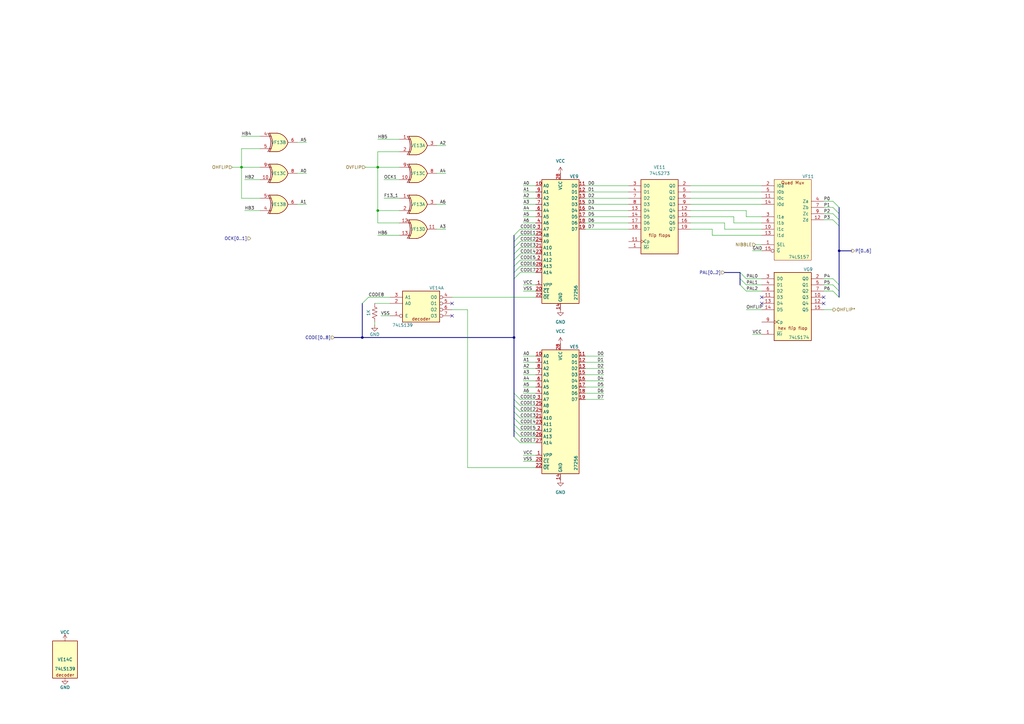
<source format=kicad_sch>
(kicad_sch (version 20231120) (generator "eeschema") (generator_version "8.0")
  (paper "A3")
  (title_block (date "2024-10-12") (company "JOTEGO") (comment 1 "Jose Tejada"))
  (lib_symbols
    (symbol "Device:R_US" (pin_numbers hide) (pin_names (offset 0))
      (property "Reference" "R" (at 2.54 0 90))
      (property "Value" "R_US" (at -2.54 0 90))
      (symbol "R_US_0_1"
        (polyline (pts (xy 0 -2.286) (xy 0 -2.54)))
        (polyline (pts (xy 0 2.286) (xy 0 2.54)))
        (polyline (pts (xy 0 -0.762) (xy 1.016 -1.143) (xy 0 -1.524) (xy -1.016 -1.905) (xy 0 -2.286)))
        (polyline (pts (xy 0 0.762) (xy 1.016 0.381) (xy 0 0) (xy -1.016 -0.381) (xy 0 -0.762)))
        (polyline (pts (xy 0 2.286) (xy 1.016 1.905) (xy 0 1.524) (xy -1.016 1.143) (xy 0 0.762)))
      )
      (symbol "R_US_1_1"
        (pin passive line (at 0 3.81 270) (length 1.27) (name "~") (number "1"))
        (pin passive line (at 0 -3.81 90) (length 1.27) (name "~") (number "2"))
      )
    )
    (symbol "Memory_EPROM:27256"
      (property "Reference" "U" (at -7.62 26.67 0))
      (property "Value" "27256" (at 2.54 -26.67 0))
      (symbol "27256_1_1"
        (rectangle (start -7.62 25.4) (end 7.62 -25.4) (stroke (width 0.254)) (fill (type background)))
        (pin input line (at -10.16 -17.78 0) (length 2.54) (name "VPP") (number "1"))
        (pin input line (at -10.16 22.86 0) (length 2.54) (name "A0") (number "10"))
        (pin tri_state line (at 10.16 22.86 180) (length 2.54) (name "D0") (number "11"))
        (pin tri_state line (at 10.16 20.32 180) (length 2.54) (name "D1") (number "12"))
        (pin tri_state line (at 10.16 17.78 180) (length 2.54) (name "D2") (number "13"))
        (pin power_in line (at 0 -27.94 90) (length 2.54) (name "GND") (number "14"))
        (pin tri_state line (at 10.16 15.24 180) (length 2.54) (name "D3") (number "15"))
        (pin tri_state line (at 10.16 12.7 180) (length 2.54) (name "D4") (number "16"))
        (pin tri_state line (at 10.16 10.16 180) (length 2.54) (name "D5") (number "17"))
        (pin tri_state line (at 10.16 7.62 180) (length 2.54) (name "D6") (number "18"))
        (pin tri_state line (at 10.16 5.08 180) (length 2.54) (name "D7") (number "19"))
        (pin input line (at -10.16 -7.62 0) (length 2.54) (name "A12") (number "2"))
        (pin input line (at -10.16 -20.32 0) (length 2.54) (name "~{CE}") (number "20"))
        (pin input line (at -10.16 -2.54 0) (length 2.54) (name "A10") (number "21"))
        (pin input line (at -10.16 -22.86 0) (length 2.54) (name "~{OE}") (number "22"))
        (pin input line (at -10.16 -5.08 0) (length 2.54) (name "A11") (number "23"))
        (pin input line (at -10.16 0 0) (length 2.54) (name "A9") (number "24"))
        (pin input line (at -10.16 2.54 0) (length 2.54) (name "A8") (number "25"))
        (pin input line (at -10.16 -10.16 0) (length 2.54) (name "A13") (number "26"))
        (pin input line (at -10.16 -12.7 0) (length 2.54) (name "A14") (number "27"))
        (pin power_in line (at 0 27.94 270) (length 2.54) (name "VCC") (number "28"))
        (pin input line (at -10.16 5.08 0) (length 2.54) (name "A7") (number "3"))
        (pin input line (at -10.16 7.62 0) (length 2.54) (name "A6") (number "4"))
        (pin input line (at -10.16 10.16 0) (length 2.54) (name "A5") (number "5"))
        (pin input line (at -10.16 12.7 0) (length 2.54) (name "A4") (number "6"))
        (pin input line (at -10.16 15.24 0) (length 2.54) (name "A3") (number "7"))
        (pin input line (at -10.16 17.78 0) (length 2.54) (name "A2") (number "8"))
        (pin input line (at -10.16 20.32 0) (length 2.54) (name "A1") (number "9"))
      )
    )
    (symbol "jt74:74LS139" (pin_names (offset 1.016))
      (property "Reference" "U" (at 6.35 6.35 0))
      (property "Value" "74LS139" (at -7.62 -8.89 0))
      (symbol "74LS139_0_0"
        (text "decoder" (at 0 -6.35 0) (effects (font (size 1.27 1.27))))
      )
      (symbol "74LS139_1_0"
        (pin input inverted (at -12.7 -5.08 0) (length 5.08) (name "E") (number "1"))
        (pin input line (at -12.7 0 0) (length 5.08) (name "A0") (number "2"))
        (pin input line (at -12.7 2.54 0) (length 5.08) (name "A1") (number "3"))
        (pin output inverted (at 12.7 2.54 180) (length 5.08) (name "O0") (number "4"))
        (pin output inverted (at 12.7 0 180) (length 5.08) (name "O1") (number "5"))
        (pin output inverted (at 12.7 -2.54 180) (length 5.08) (name "O2") (number "6"))
        (pin output inverted (at 12.7 -5.08 180) (length 5.08) (name "O3") (number "7"))
      )
      (symbol "74LS139_1_1"
        (rectangle (start -7.62 5.08) (end 7.62 -7.62) (stroke (width 0.254)) (fill (type background)))
      )
      (symbol "74LS139_2_0"
        (pin output inverted (at 12.7 -2.54 180) (length 5.08) (name "O2") (number "10"))
        (pin output inverted (at 12.7 0 180) (length 5.08) (name "O1") (number "11"))
        (pin output inverted (at 12.7 2.54 180) (length 5.08) (name "O0") (number "12"))
        (pin input line (at -12.7 2.54 0) (length 5.08) (name "A1") (number "13"))
        (pin input line (at -12.7 0 0) (length 5.08) (name "A0") (number "14"))
        (pin input inverted (at -12.7 -5.08 0) (length 5.08) (name "E") (number "15"))
        (pin output inverted (at 12.7 -5.08 180) (length 5.08) (name "O3") (number "9"))
      )
      (symbol "74LS139_2_1"
        (rectangle (start -7.62 5.08) (end 7.62 -7.62) (stroke (width 0.254)) (fill (type background)))
      )
      (symbol "74LS139_3_0"
        (pin power_in line (at 0 7.62 270) (length 5.08) hide (name "VCC") (number "16"))
        (pin power_in line (at 0 -7.62 90) (length 5.08) hide (name "VSS") (number "8"))
      )
      (symbol "74LS139_3_1"
        (rectangle (start -5.08 7.62) (end 5.08 -7.62) (stroke (width 0.254)) (fill (type background)))
      )
    )
    (symbol "jt74:74LS157" (pin_names (offset 1.016))
      (property "Reference" "U" (at 5.08 16.51 0))
      (property "Value" "74LS157" (at 0 -16.51 0))
      (symbol "74LS157_0_0"
        (text "Quad Mux" (at 0 13.97 0) (effects (font (size 1.27 1.27))))
      )
      (symbol "74LS157_1_0"
        (pin input line (at -12.7 -11.43 0) (length 5.08) (name "SEL") (number "1"))
        (pin input line (at -12.7 -5.08 0) (length 5.08) (name "I1c") (number "10"))
        (pin input line (at -12.7 7.62 0) (length 5.08) (name "I0c") (number "11"))
        (pin output line (at 12.7 -1.27 180) (length 5.08) (name "Zd") (number "12"))
        (pin input line (at -12.7 -7.62 0) (length 5.08) (name "I1d") (number "13"))
        (pin input line (at -12.7 5.08 0) (length 5.08) (name "I0d") (number "14"))
        (pin input inverted (at -12.7 -13.97 0) (length 5.08) (name "~{G}") (number "15"))
        (pin input line (at -12.7 12.7 0) (length 5.08) (name "I0a") (number "2"))
        (pin input line (at -12.7 0 0) (length 5.08) (name "I1a") (number "3"))
        (pin output line (at 12.7 6.35 180) (length 5.08) (name "Za") (number "4"))
        (pin input line (at -12.7 10.16 0) (length 5.08) (name "I0b") (number "5"))
        (pin input line (at -12.7 -2.54 0) (length 5.08) (name "I1b") (number "6"))
        (pin output line (at 12.7 3.81 180) (length 5.08) (name "Zb") (number "7"))
        (pin output line (at 12.7 1.27 180) (length 5.08) (name "Zc") (number "9"))
      )
      (symbol "74LS157_1_1"
        (rectangle (start -7.62 15.24) (end 7.62 -17.78) (fill (type background)))
      )
    )
    (symbol "jt74:74LS174" (pin_names (offset 1.016))
      (property "Reference" "U" (at 6.35 13.97 0))
      (property "Value" "74LS174" (at 0 -5.08 0))
      (symbol "74LS174_0_0"
        (text "hex flip flop" (at 0 -10.16 0) (effects (font (size 1.27 1.27))))
      )
      (symbol "74LS174_1_0"
        (pin input line (at -12.7 -12.7 0) (length 5.08) (name "~{Mr}") (number "1"))
        (pin output line (at 12.7 2.54 180) (length 5.08) (name "Q3") (number "10"))
        (pin input line (at -12.7 2.54 0) (length 5.08) (name "D3") (number "11"))
        (pin output line (at 12.7 0 180) (length 5.08) (name "Q4") (number "12"))
        (pin input line (at -12.7 0 0) (length 5.08) (name "D4") (number "13"))
        (pin input line (at -12.7 -2.54 0) (length 5.08) (name "D5") (number "14"))
        (pin output line (at 12.7 -2.54 180) (length 5.08) (name "Q5") (number "15"))
        (pin output line (at 12.7 10.16 180) (length 5.08) (name "Q0") (number "2"))
        (pin input line (at -12.7 10.16 0) (length 5.08) (name "D0") (number "3"))
        (pin input line (at -12.7 7.62 0) (length 5.08) (name "D1") (number "4"))
        (pin output line (at 12.7 7.62 180) (length 5.08) (name "Q1") (number "5"))
        (pin input line (at -12.7 5.08 0) (length 5.08) (name "D2") (number "6"))
        (pin output line (at 12.7 5.08 180) (length 5.08) (name "Q2") (number "7"))
        (pin input clock (at -12.7 -7.62 0) (length 5.08) (name "Cp") (number "9"))
      )
      (symbol "74LS174_1_1"
        (rectangle (start -7.62 12.7) (end 7.62 -15.24) (stroke (width 0.254)) (fill (type background)))
        (pin power_in line (at 0 12.7 270) (length 5.08) hide (name "VCC") (number "16"))
        (pin power_in line (at 0 -15.24 90) (length 5.08) hide (name "VSS") (number "8"))
      )
    )
    (symbol "jt74:74LS273" (pin_names (offset 1.016))
      (property "Reference" "U" (at 0 2.54 0))
      (property "Value" "74LS273" (at 2.54 -13.97 0))
      (symbol "74LS273_0_0"
        (text "flip flops" (at 0 -7.62 0) (effects (font (size 1.27 1.27))))
      )
      (symbol "74LS273_1_0"
        (pin input line (at -12.7 -12.7 0) (length 5.08) (name "~{Mr}") (number "1"))
        (pin input clock (at -12.7 -10.16 0) (length 5.08) (name "Cp") (number "11"))
        (pin output line (at 12.7 2.54 180) (length 5.08) (name "Q4") (number "12"))
        (pin input line (at -12.7 2.54 0) (length 5.08) (name "D4") (number "13"))
        (pin input line (at -12.7 0 0) (length 5.08) (name "D5") (number "14"))
        (pin output line (at 12.7 0 180) (length 5.08) (name "Q5") (number "15"))
        (pin output line (at 12.7 -2.54 180) (length 5.08) (name "Q6") (number "16"))
        (pin input line (at -12.7 -2.54 0) (length 5.08) (name "D6") (number "17"))
        (pin input line (at -12.7 -5.08 0) (length 5.08) (name "D7") (number "18"))
        (pin output line (at 12.7 -5.08 180) (length 5.08) (name "Q7") (number "19"))
        (pin output line (at 12.7 12.7 180) (length 5.08) (name "Q0") (number "2"))
        (pin input line (at -12.7 12.7 0) (length 5.08) (name "D0") (number "3"))
        (pin input line (at -12.7 10.16 0) (length 5.08) (name "D1") (number "4"))
        (pin output line (at 12.7 10.16 180) (length 5.08) (name "Q1") (number "5"))
        (pin output line (at 12.7 7.62 180) (length 5.08) (name "Q2") (number "6"))
        (pin input line (at -12.7 7.62 0) (length 5.08) (name "D2") (number "7"))
        (pin input line (at -12.7 5.08 0) (length 5.08) (name "D3") (number "8"))
        (pin output line (at 12.7 5.08 180) (length 5.08) (name "Q3") (number "9"))
      )
      (symbol "74LS273_1_1"
        (rectangle (start -7.62 15.24) (end 7.62 -15.24) (stroke (width 0.254)) (fill (type background)))
      )
    )
    (symbol "jt74:74LS86" (pin_names (offset 1.016))
      (property "Reference" "U" (at 0 1.27 0))
      (property "Value" "74LS86" (at 0 -1.27 0))
      (symbol "74LS86_1_0"
        (arc (start -4.4196 -3.81) (mid -3.2033 0) (end -4.4196 3.81) (stroke (width 0.254)))
        (arc (start -3.81 -3.81) (mid -2.589 0) (end -3.81 3.81) (stroke (width 0.254)))
        (arc (start -0.6096 -3.81) (mid 2.1842 -2.5851) (end 3.81 0) (stroke (width 0.254)) (fill (type background)))
        (polyline (pts (xy -3.81 -3.81) (xy -0.635 -3.81)) (stroke (width 0.254)) (fill (type background)))
        (polyline (pts (xy -3.81 3.81) (xy -0.635 3.81)) (stroke (width 0.254)) (fill (type background)))
        (polyline (pts (xy -0.635 3.81) (xy -3.81 3.81) (xy -3.81 3.81) (xy -3.556 3.4036) (xy -3.0226 2.2606) (xy -2.6924 1.0414) (xy -2.6162 -0.254) (xy -2.7686 -1.4986) (xy -3.175 -2.7178) (xy -3.81 -3.81) (xy -3.81 -3.81) (xy -0.635 -3.81)) (stroke (width -25.4)) (fill (type background)))
        (arc (start 3.81 0) (mid 2.1915 2.5936) (end -0.6096 3.81) (stroke (width 0.254)) (fill (type background)))
        (pin input line (at -7.62 2.54 0) (length 4.445) (name "~") (number "1"))
        (pin input line (at -7.62 -2.54 0) (length 4.445) (name "~") (number "2"))
        (pin output line (at 7.62 0 180) (length 3.81) (name "~") (number "3"))
      )
      (symbol "74LS86_1_1"
        (polyline (pts (xy -3.81 -2.54) (xy -3.175 -2.54)) (stroke (width 0.1524)))
        (polyline (pts (xy -3.81 2.54) (xy -3.175 2.54)) (stroke (width 0.1524)))
      )
      (symbol "74LS86_2_0"
        (arc (start -4.4196 -3.81) (mid -3.2033 0) (end -4.4196 3.81) (stroke (width 0.254)))
        (arc (start -3.81 -3.81) (mid -2.589 0) (end -3.81 3.81) (stroke (width 0.254)))
        (arc (start -0.6096 -3.81) (mid 2.1842 -2.5851) (end 3.81 0) (stroke (width 0.254)) (fill (type background)))
        (polyline (pts (xy -3.81 -3.81) (xy -0.635 -3.81)) (stroke (width 0.254)) (fill (type background)))
        (polyline (pts (xy -3.81 3.81) (xy -0.635 3.81)) (stroke (width 0.254)) (fill (type background)))
        (polyline (pts (xy -0.635 3.81) (xy -3.81 3.81) (xy -3.81 3.81) (xy -3.556 3.4036) (xy -3.0226 2.2606) (xy -2.6924 1.0414) (xy -2.6162 -0.254) (xy -2.7686 -1.4986) (xy -3.175 -2.7178) (xy -3.81 -3.81) (xy -3.81 -3.81) (xy -0.635 -3.81)) (stroke (width -25.4)) (fill (type background)))
        (arc (start 3.81 0) (mid 2.1915 2.5936) (end -0.6096 3.81) (stroke (width 0.254)) (fill (type background)))
        (pin input line (at -7.62 2.54 0) (length 4.445) (name "~") (number "4"))
        (pin input line (at -7.62 -2.54 0) (length 4.445) (name "~") (number "5"))
        (pin output line (at 7.62 0 180) (length 3.81) (name "~") (number "6"))
      )
      (symbol "74LS86_2_1"
        (polyline (pts (xy -3.81 -2.54) (xy -3.175 -2.54)) (stroke (width 0.1524)))
        (polyline (pts (xy -3.81 2.54) (xy -3.175 2.54)) (stroke (width 0.1524)))
      )
      (symbol "74LS86_3_0"
        (arc (start -4.4196 -3.81) (mid -3.2033 0) (end -4.4196 3.81) (stroke (width 0.254)))
        (arc (start -3.81 -3.81) (mid -2.589 0) (end -3.81 3.81) (stroke (width 0.254)))
        (arc (start -0.6096 -3.81) (mid 2.1842 -2.5851) (end 3.81 0) (stroke (width 0.254)) (fill (type background)))
        (polyline (pts (xy -3.81 -3.81) (xy -0.635 -3.81)) (stroke (width 0.254)) (fill (type background)))
        (polyline (pts (xy -3.81 3.81) (xy -0.635 3.81)) (stroke (width 0.254)) (fill (type background)))
        (polyline (pts (xy -0.635 3.81) (xy -3.81 3.81) (xy -3.81 3.81) (xy -3.556 3.4036) (xy -3.0226 2.2606) (xy -2.6924 1.0414) (xy -2.6162 -0.254) (xy -2.7686 -1.4986) (xy -3.175 -2.7178) (xy -3.81 -3.81) (xy -3.81 -3.81) (xy -0.635 -3.81)) (stroke (width -25.4)) (fill (type background)))
        (arc (start 3.81 0) (mid 2.1915 2.5936) (end -0.6096 3.81) (stroke (width 0.254)) (fill (type background)))
        (pin input line (at -7.62 -2.54 0) (length 4.445) (name "~") (number "10"))
        (pin output line (at 7.62 0 180) (length 3.81) (name "~") (number "8"))
        (pin input line (at -7.62 2.54 0) (length 4.445) (name "~") (number "9"))
      )
      (symbol "74LS86_3_1"
        (polyline (pts (xy -3.81 -2.54) (xy -3.175 -2.54)) (stroke (width 0.1524)))
        (polyline (pts (xy -3.81 2.54) (xy -3.175 2.54)) (stroke (width 0.1524)))
      )
      (symbol "74LS86_4_0"
        (arc (start -4.4196 -3.81) (mid -3.2033 0) (end -4.4196 3.81) (stroke (width 0.254)))
        (arc (start -3.81 -3.81) (mid -2.589 0) (end -3.81 3.81) (stroke (width 0.254)))
        (arc (start -0.6096 -3.81) (mid 2.1842 -2.5851) (end 3.81 0) (stroke (width 0.254)) (fill (type background)))
        (polyline (pts (xy -3.81 -3.81) (xy -0.635 -3.81)) (stroke (width 0.254)) (fill (type background)))
        (polyline (pts (xy -3.81 3.81) (xy -0.635 3.81)) (stroke (width 0.254)) (fill (type background)))
        (polyline (pts (xy -0.635 3.81) (xy -3.81 3.81) (xy -3.81 3.81) (xy -3.556 3.4036) (xy -3.0226 2.2606) (xy -2.6924 1.0414) (xy -2.6162 -0.254) (xy -2.7686 -1.4986) (xy -3.175 -2.7178) (xy -3.81 -3.81) (xy -3.81 -3.81) (xy -0.635 -3.81)) (stroke (width -25.4)) (fill (type background)))
        (arc (start 3.81 0) (mid 2.1915 2.5936) (end -0.6096 3.81) (stroke (width 0.254)) (fill (type background)))
        (pin output line (at 7.62 0 180) (length 3.81) (name "~") (number "11"))
        (pin input line (at -7.62 2.54 0) (length 4.445) (name "~") (number "12"))
        (pin input line (at -7.62 -2.54 0) (length 4.445) (name "~") (number "13"))
      )
      (symbol "74LS86_4_1"
        (polyline (pts (xy -3.81 -2.54) (xy -3.175 -2.54)) (stroke (width 0.1524)))
        (polyline (pts (xy -3.81 2.54) (xy -3.175 2.54)) (stroke (width 0.1524)))
      )
      (symbol "74LS86_5_0"
        (pin power_in line (at 0 7.62 270) (length 5.08) hide (name "VCC") (number "14"))
        (pin power_in line (at 0 -7.62 90) (length 5.08) hide (name "VSS") (number "7"))
      )
      (symbol "74LS86_5_1"
        (rectangle (start -5.08 7.62) (end 5.08 -7.62) (stroke (width 0.254)) (fill (type background)))
      )
    )
    (symbol "power:GND" (power) (pin_numbers hide) (pin_names (offset 0) hide)
      (property "Value" "GND" (at 0 -3.81 0))
      (symbol "GND_0_1"
        (polyline (pts (xy 0 0) (xy 0 -1.27) (xy 1.27 -1.27) (xy 0 -2.54) (xy -1.27 -1.27) (xy 0 -1.27)))
      )
      (symbol "GND_1_1"
        (pin power_in line (at 0 0 270) (length 0) (name "~") (number "1"))
      )
    )
    (symbol "power:VCC" (power) (pin_numbers hide) (pin_names (offset 0) hide)
      (property "Value" "VCC" (at 0 3.556 0))
      (symbol "VCC_0_1"
        (polyline (pts (xy -0.762 1.27) (xy 0 2.54)))
        (polyline (pts (xy 0 0) (xy 0 2.54)))
        (polyline (pts (xy 0 2.54) (xy 0.762 1.27)))
      )
      (symbol "VCC_1_1"
        (pin power_in line (at 0 0 90) (length 0) (name "~") (number "1"))
      )
    )
  )
  (junction (at 210.82 138.43))
  (junction (at 154.94 68.58))
  (junction (at 344.17 102.87))
  (junction (at 99.06 68.58))
  (junction (at 154.94 86.36))
  (junction (at 148.59 138.43))
  (no_connect (at 185.42 124.46))
  (no_connect (at 337.82 121.92))
  (no_connect (at 312.42 124.46))
  (no_connect (at 185.42 129.54))
  (no_connect (at 312.42 121.92))
  (no_connect (at 337.82 124.46))
  (bus_entry (at 341.63 82.55) (size 2.54 2.54))
  (bus_entry (at 341.63 87.63) (size 2.54 2.54))
  (bus_entry (at 210.82 109.22) (size 2.54 -2.54))
  (bus_entry (at 210.82 111.76) (size 2.54 -2.54))
  (bus_entry (at 210.82 96.52) (size 2.54 -2.54))
  (bus_entry (at 210.82 163.83) (size 2.54 2.54))
  (bus_entry (at 210.82 99.06) (size 2.54 -2.54))
  (bus_entry (at 210.82 104.14) (size 2.54 -2.54))
  (bus_entry (at 341.63 85.09) (size 2.54 2.54))
  (bus_entry (at 303.53 111.76) (size 2.54 2.54))
  (bus_entry (at 341.63 114.3) (size 2.54 2.54))
  (bus_entry (at 303.53 114.3) (size 2.54 2.54))
  (bus_entry (at 210.82 176.53) (size 2.54 2.54))
  (bus_entry (at 341.63 90.17) (size 2.54 2.54))
  (bus_entry (at 210.82 101.6) (size 2.54 -2.54))
  (bus_entry (at 210.82 173.99) (size 2.54 2.54))
  (bus_entry (at 210.82 106.68) (size 2.54 -2.54))
  (bus_entry (at 210.82 161.29) (size 2.54 2.54))
  (bus_entry (at 210.82 168.91) (size 2.54 2.54))
  (bus_entry (at 303.53 116.84) (size 2.54 2.54))
  (bus_entry (at 148.59 124.46) (size 2.54 -2.54))
  (bus_entry (at 341.63 119.38) (size 2.54 2.54))
  (bus_entry (at 210.82 171.45) (size 2.54 2.54))
  (bus_entry (at 210.82 114.3) (size 2.54 -2.54))
  (bus_entry (at 210.82 179.07) (size 2.54 2.54))
  (bus_entry (at 210.82 166.37) (size 2.54 2.54))
  (bus_entry (at 341.63 116.84) (size 2.54 2.54))
  (wire (pts (xy 214.63 91.44) (xy 219.71 91.44)))
  (wire (pts (xy 185.42 127) (xy 191.77 127)))
  (wire (pts (xy 214.63 189.23) (xy 219.71 189.23)))
  (wire (pts (xy 308.61 102.87) (xy 312.42 102.87)))
  (wire (pts (xy 240.03 153.67) (xy 247.65 153.67)))
  (wire (pts (xy 154.94 91.44) (xy 163.83 91.44)))
  (wire (pts (xy 214.63 158.75) (xy 219.71 158.75)))
  (wire (pts (xy 213.36 181.61) (xy 219.71 181.61)))
  (wire (pts (xy 240.03 91.44) (xy 257.81 91.44)))
  (wire (pts (xy 283.21 78.74) (xy 312.42 78.74)))
  (wire (pts (xy 213.36 106.68) (xy 219.71 106.68)))
  (bus (pts (xy 210.82 168.91) (xy 210.82 166.37)))
  (wire (pts (xy 179.07 71.12) (xy 182.88 71.12)))
  (wire (pts (xy 240.03 158.75) (xy 247.65 158.75)))
  (wire (pts (xy 179.07 93.98) (xy 182.88 93.98)))
  (wire (pts (xy 153.67 133.35) (xy 153.67 132.08)))
  (wire (pts (xy 95.25 68.58) (xy 99.06 68.58)))
  (wire (pts (xy 213.36 96.52) (xy 219.71 96.52)))
  (wire (pts (xy 283.21 86.36) (xy 306.07 86.36)))
  (wire (pts (xy 337.82 87.63) (xy 341.63 87.63)))
  (wire (pts (xy 154.94 68.58) (xy 163.83 68.58)))
  (wire (pts (xy 240.03 81.28) (xy 257.81 81.28)))
  (wire (pts (xy 306.07 114.3) (xy 312.42 114.3)))
  (wire (pts (xy 185.42 121.92) (xy 219.71 121.92)))
  (wire (pts (xy 214.63 119.38) (xy 219.71 119.38)))
  (wire (pts (xy 213.36 176.53) (xy 219.71 176.53)))
  (wire (pts (xy 337.82 85.09) (xy 341.63 85.09)))
  (wire (pts (xy 99.06 68.58) (xy 106.68 68.58)))
  (bus (pts (xy 210.82 101.6) (xy 210.82 104.14)))
  (wire (pts (xy 157.48 73.66) (xy 163.83 73.66)))
  (wire (pts (xy 240.03 148.59) (xy 247.65 148.59)))
  (bus (pts (xy 344.17 116.84) (xy 344.17 119.38)))
  (wire (pts (xy 240.03 83.82) (xy 257.81 83.82)))
  (wire (pts (xy 337.82 119.38) (xy 341.63 119.38)))
  (bus (pts (xy 210.82 138.43) (xy 210.82 161.29)))
  (wire (pts (xy 179.07 59.69) (xy 182.88 59.69)))
  (wire (pts (xy 240.03 88.9) (xy 257.81 88.9)))
  (wire (pts (xy 214.63 116.84) (xy 219.71 116.84)))
  (wire (pts (xy 99.06 68.58) (xy 99.06 81.28)))
  (wire (pts (xy 214.63 78.74) (xy 219.71 78.74)))
  (bus (pts (xy 210.82 173.99) (xy 210.82 171.45)))
  (wire (pts (xy 213.36 163.83) (xy 219.71 163.83)))
  (wire (pts (xy 337.82 116.84) (xy 341.63 116.84)))
  (bus (pts (xy 344.17 119.38) (xy 344.17 121.92)))
  (wire (pts (xy 283.21 93.98) (xy 292.1 93.98)))
  (wire (pts (xy 157.48 81.28) (xy 163.83 81.28)))
  (wire (pts (xy 154.94 62.23) (xy 163.83 62.23)))
  (wire (pts (xy 292.1 96.52) (xy 312.42 96.52)))
  (wire (pts (xy 283.21 76.2) (xy 312.42 76.2)))
  (bus (pts (xy 210.82 176.53) (xy 210.82 173.99)))
  (wire (pts (xy 214.63 86.36) (xy 219.71 86.36)))
  (bus (pts (xy 210.82 111.76) (xy 210.82 114.3)))
  (bus (pts (xy 137.16 138.43) (xy 148.59 138.43)))
  (wire (pts (xy 99.06 55.88) (xy 106.68 55.88)))
  (wire (pts (xy 306.07 88.9) (xy 312.42 88.9)))
  (bus (pts (xy 210.82 109.22) (xy 210.82 111.76)))
  (wire (pts (xy 300.99 91.44) (xy 312.42 91.44)))
  (wire (pts (xy 306.07 127) (xy 312.42 127)))
  (wire (pts (xy 292.1 93.98) (xy 292.1 96.52)))
  (wire (pts (xy 149.86 68.58) (xy 154.94 68.58)))
  (wire (pts (xy 337.82 90.17) (xy 341.63 90.17)))
  (wire (pts (xy 283.21 81.28) (xy 312.42 81.28)))
  (wire (pts (xy 306.07 86.36) (xy 306.07 88.9)))
  (wire (pts (xy 214.63 81.28) (xy 219.71 81.28)))
  (wire (pts (xy 214.63 186.69) (xy 219.71 186.69)))
  (wire (pts (xy 213.36 99.06) (xy 219.71 99.06)))
  (bus (pts (xy 303.53 114.3) (xy 303.53 111.76)))
  (bus (pts (xy 344.17 85.09) (xy 344.17 87.63)))
  (wire (pts (xy 154.94 86.36) (xy 154.94 91.44)))
  (bus (pts (xy 210.82 171.45) (xy 210.82 168.91)))
  (wire (pts (xy 154.94 57.15) (xy 163.83 57.15)))
  (wire (pts (xy 213.36 101.6) (xy 219.71 101.6)))
  (wire (pts (xy 213.36 93.98) (xy 219.71 93.98)))
  (wire (pts (xy 337.82 127) (xy 341.63 127)))
  (bus (pts (xy 210.82 114.3) (xy 210.82 138.43)))
  (wire (pts (xy 337.82 114.3) (xy 341.63 114.3)))
  (wire (pts (xy 191.77 127) (xy 191.77 191.77)))
  (wire (pts (xy 213.36 171.45) (xy 219.71 171.45)))
  (wire (pts (xy 214.63 146.05) (xy 219.71 146.05)))
  (wire (pts (xy 240.03 86.36) (xy 257.81 86.36)))
  (wire (pts (xy 240.03 163.83) (xy 247.65 163.83)))
  (wire (pts (xy 213.36 109.22) (xy 219.71 109.22)))
  (bus (pts (xy 210.82 96.52) (xy 210.82 99.06)))
  (wire (pts (xy 240.03 161.29) (xy 247.65 161.29)))
  (wire (pts (xy 337.82 82.55) (xy 341.63 82.55)))
  (wire (pts (xy 214.63 88.9) (xy 219.71 88.9)))
  (wire (pts (xy 213.36 166.37) (xy 219.71 166.37)))
  (wire (pts (xy 309.88 100.33) (xy 312.42 100.33)))
  (wire (pts (xy 121.92 83.82) (xy 125.73 83.82)))
  (wire (pts (xy 297.18 91.44) (xy 297.18 93.98)))
  (wire (pts (xy 154.94 86.36) (xy 163.83 86.36)))
  (bus (pts (xy 210.82 99.06) (xy 210.82 101.6)))
  (wire (pts (xy 213.36 173.99) (xy 219.71 173.99)))
  (wire (pts (xy 306.07 116.84) (xy 312.42 116.84)))
  (wire (pts (xy 214.63 148.59) (xy 219.71 148.59)))
  (bus (pts (xy 344.17 92.71) (xy 344.17 102.87)))
  (wire (pts (xy 283.21 88.9) (xy 300.99 88.9)))
  (wire (pts (xy 240.03 76.2) (xy 257.81 76.2)))
  (bus (pts (xy 344.17 87.63) (xy 344.17 90.17)))
  (wire (pts (xy 213.36 179.07) (xy 219.71 179.07)))
  (bus (pts (xy 297.18 111.76) (xy 303.53 111.76)))
  (wire (pts (xy 214.63 83.82) (xy 219.71 83.82)))
  (bus (pts (xy 344.17 90.17) (xy 344.17 92.71)))
  (wire (pts (xy 99.06 68.58) (xy 99.06 60.96)))
  (wire (pts (xy 240.03 151.13) (xy 247.65 151.13)))
  (wire (pts (xy 191.77 191.77) (xy 219.71 191.77)))
  (wire (pts (xy 214.63 161.29) (xy 219.71 161.29)))
  (wire (pts (xy 306.07 119.38) (xy 312.42 119.38)))
  (bus (pts (xy 210.82 163.83) (xy 210.82 161.29)))
  (wire (pts (xy 240.03 78.74) (xy 257.81 78.74)))
  (wire (pts (xy 100.33 86.36) (xy 106.68 86.36)))
  (bus (pts (xy 210.82 179.07) (xy 210.82 176.53)))
  (wire (pts (xy 100.33 73.66) (xy 106.68 73.66)))
  (wire (pts (xy 283.21 83.82) (xy 312.42 83.82)))
  (wire (pts (xy 300.99 88.9) (xy 300.99 91.44)))
  (bus (pts (xy 210.82 106.68) (xy 210.82 109.22)))
  (wire (pts (xy 240.03 146.05) (xy 247.65 146.05)))
  (wire (pts (xy 214.63 76.2) (xy 219.71 76.2)))
  (bus (pts (xy 303.53 116.84) (xy 303.53 114.3)))
  (bus (pts (xy 148.59 124.46) (xy 148.59 138.43)))
  (wire (pts (xy 214.63 156.21) (xy 219.71 156.21)))
  (wire (pts (xy 213.36 111.76) (xy 219.71 111.76)))
  (wire (pts (xy 240.03 156.21) (xy 247.65 156.21)))
  (wire (pts (xy 99.06 60.96) (xy 106.68 60.96)))
  (wire (pts (xy 283.21 91.44) (xy 297.18 91.44)))
  (wire (pts (xy 156.21 129.54) (xy 160.02 129.54)))
  (wire (pts (xy 213.36 168.91) (xy 219.71 168.91)))
  (bus (pts (xy 210.82 166.37) (xy 210.82 163.83)))
  (bus (pts (xy 344.17 102.87) (xy 344.17 116.84)))
  (wire (pts (xy 121.92 58.42) (xy 125.73 58.42)))
  (wire (pts (xy 154.94 96.52) (xy 163.83 96.52)))
  (bus (pts (xy 148.59 138.43) (xy 210.82 138.43)))
  (wire (pts (xy 240.03 93.98) (xy 257.81 93.98)))
  (wire (pts (xy 308.61 137.16) (xy 312.42 137.16)))
  (wire (pts (xy 154.94 62.23) (xy 154.94 68.58)))
  (wire (pts (xy 213.36 104.14) (xy 219.71 104.14)))
  (wire (pts (xy 297.18 93.98) (xy 312.42 93.98)))
  (wire (pts (xy 214.63 153.67) (xy 219.71 153.67)))
  (bus (pts (xy 210.82 104.14) (xy 210.82 106.68)))
  (wire (pts (xy 179.07 83.82) (xy 182.88 83.82)))
  (bus (pts (xy 344.17 102.87) (xy 349.25 102.87)))
  (wire (pts (xy 153.67 124.46) (xy 160.02 124.46)))
  (wire (pts (xy 214.63 151.13) (xy 219.71 151.13)))
  (wire (pts (xy 99.06 81.28) (xy 106.68 81.28)))
  (wire (pts (xy 154.94 68.58) (xy 154.94 86.36)))
  (wire (pts (xy 151.13 121.92) (xy 160.02 121.92)))
  (wire (pts (xy 121.92 71.12) (xy 125.73 71.12)))
  (label "CODE7" (at 213.36 111.76 0))
  (label "CODE5" (at 213.36 106.68 0))
  (label "D0" (at 247.65 146.05 180))
  (label "P3" (at 337.82 90.17 0))
  (label "P1" (at 337.82 85.09 0))
  (label "A3" (at 182.88 93.98 180))
  (label "OHFLIP" (at 306.07 127 0))
  (label "CODE6" (at 213.36 179.07 0))
  (label "P4" (at 337.82 114.3 0))
  (label "A1" (at 214.63 148.59 0))
  (label "P5" (at 337.82 116.84 0))
  (label "A5" (at 214.63 158.75 0))
  (label "VCC" (at 214.63 186.69 0))
  (label "HB5" (at 154.94 57.15 0))
  (label "A3" (at 214.63 153.67 0))
  (label "VSS" (at 214.63 119.38 0))
  (label "VCC" (at 214.63 116.84 0))
  (label "A2" (at 182.88 59.69 180))
  (label "CODE2" (at 213.36 168.91 0))
  (label "VSS" (at 214.63 189.23 0))
  (label "A1" (at 214.63 78.74 0))
  (label "A6" (at 182.88 83.82 180))
  (label "CODE6" (at 213.36 109.22 0))
  (label "F13_1" (at 157.48 81.28 0))
  (label "A1" (at 125.73 83.82 180))
  (label "PAL2" (at 306.07 119.38 0))
  (label "A2" (at 214.63 151.13 0))
  (label "CODE8" (at 151.13 121.92 0))
  (label "OCK1" (at 157.48 73.66 0))
  (label "HB6" (at 154.94 96.52 0))
  (label "A0" (at 214.63 76.2 0))
  (label "A5" (at 214.63 88.9 0))
  (label "D3" (at 243.84 83.82 180))
  (label "D0" (at 243.84 76.2 180))
  (label "A4" (at 214.63 156.21 0))
  (label "A6" (at 214.63 161.29 0))
  (label "D6" (at 247.65 161.29 180))
  (label "CODE4" (at 213.36 104.14 0))
  (label "D5" (at 247.65 158.75 180))
  (label "A4" (at 214.63 86.36 0))
  (label "D5" (at 243.84 88.9 180))
  (label "PAL1" (at 306.07 116.84 0))
  (label "D3" (at 247.65 153.67 180))
  (label "CODE4" (at 213.36 173.99 0))
  (label "HB3" (at 100.33 86.36 0))
  (label "D2" (at 247.65 151.13 180))
  (label "CODE7" (at 213.36 181.61 0))
  (label "D2" (at 243.84 81.28 180))
  (label "A3" (at 214.63 83.82 0))
  (label "D7" (at 247.65 163.83 180))
  (label "D1" (at 243.84 78.74 180))
  (label "HB4" (at 99.06 55.88 0))
  (label "CODE5" (at 213.36 176.53 0))
  (label "D4" (at 247.65 156.21 180))
  (label "CODE0" (at 213.36 163.83 0))
  (label "D4" (at 243.84 86.36 180))
  (label "P6" (at 337.82 119.38 0))
  (label "D6" (at 243.84 91.44 180))
  (label "A4" (at 182.88 71.12 180))
  (label "A6" (at 214.63 91.44 0))
  (label "P2" (at 337.82 87.63 0))
  (label "GND" (at 308.61 102.87 0))
  (label "P0" (at 337.82 82.55 0))
  (label "CODE0" (at 213.36 93.98 0))
  (label "A0" (at 214.63 146.05 0))
  (label "D7" (at 243.84 93.98 180))
  (label "VSS" (at 156.21 129.54 0))
  (label "CODE2" (at 213.36 99.06 0))
  (label "CODE1" (at 213.36 96.52 0))
  (label "A0" (at 125.73 71.12 180))
  (label "D1" (at 247.65 148.59 180))
  (label "A5" (at 125.73 58.42 180))
  (label "VCC" (at 308.61 137.16 0))
  (label "A2" (at 214.63 81.28 0))
  (label "CODE3" (at 213.36 101.6 0))
  (label "HB2" (at 100.33 73.66 0))
  (label "CODE3" (at 213.36 171.45 0))
  (label "PAL0" (at 306.07 114.3 0))
  (label "CODE1" (at 213.36 166.37 0))
  (hierarchical_label "OHFLIP*" (shape output) (at 341.63 127 0))
  (hierarchical_label "NIBBLE" (shape input) (at 309.88 100.33 180))
  (hierarchical_label "OVFLIP" (shape input) (at 149.86 68.58 180))
  (hierarchical_label "CODE[0..8]" (shape input) (at 137.16 138.43 180))
  (hierarchical_label "OCK[0..1]" (shape input) (at 102.87 97.79 180))
  (hierarchical_label "OHFLIP" (shape input) (at 95.25 68.58 180))
  (hierarchical_label "P[0..6]" (shape output) (at 349.25 102.87 0))
  (hierarchical_label "PAL[0..2]" (shape input) (at 297.18 111.76 180))
  (symbol (lib_id "power:GND") (at 153.67 133.35 0) (unit 1)
    (property "Reference" "#PWR016" (effects (hide yes)))
    (property "Value" "GND" (at 153.67 137.16 0))
    (property "Description" "Power symbol creates a global label with name \"GND\" , ground" (effects (hide yes)))
  )
  (symbol (lib_id "jt74:74LS86") (at 114.3 71.12 0) (unit 3)
    (property "Reference" "VE13" (at 114.3 71.12 0))
    (property "Value" "74LS86" (effects (hide yes)))
    (property "Datasheet" "74xx/74ls86.pdf" (effects (hide yes)))
    (property "Description" "Quad 2-input XOR" (effects (hide yes)))
  )
  (symbol (lib_id "power:GND") (at 229.87 127 0) (unit 1)
    (property "Reference" "#PWR012" (effects (hide yes)))
    (property "Value" "GND" (at 229.87 132.08 0))
    (property "Description" "Power symbol creates a global label with name \"GND\" , ground" (effects (hide yes)))
  )
  (symbol (lib_id "power:VCC") (at 229.87 71.12 0) (unit 1)
    (property "Reference" "#PWR011" (effects (hide yes)))
    (property "Value" "VCC" (at 229.87 66.04 0))
    (property "Description" "Power symbol creates a global label with name \"VCC\"" (effects (hide yes)))
  )
  (symbol (lib_id "Memory_EPROM:27256") (at 229.87 168.91 0) (unit 1)
    (property "Reference" "VE5" (at 233.68 142.24 0) (effects (justify left)))
    (property "Value" "27256" (at 236.22 193.04 90) (effects (justify left)))
    (property "Footprint" "Package_DIP:DIP-28_W15.24mm" (effects (hide yes)))
    (property "Datasheet" "http://datasheet.octopart.com/D27256-2-Intel-datasheet-17852618.pdf" (effects (hide yes)))
    (property "Description" "UV Erasable EPROM 256 KiBit, [Obsolete 2000-11]" (effects (hide yes)))
  )
  (symbol (lib_id "jt74:74LS139") (at 172.72 124.46 0) (unit 1)
    (property "Reference" "VE14" (at 179.07 118.11 0))
    (property "Value" "74LS139" (at 165.1 133.35 0))
    (property "Datasheet" "http://www.ti.com/lit/gpn/sn74LS139" (effects (hide yes)))
    (property "Description" "Dual Decoder 1 of 4, Active low outputs" (effects (hide yes)))
  )
  (symbol (lib_id "power:VCC") (at 26.67 262.89 0) (unit 1)
    (property "Reference" "#PWR047" (effects (hide yes)))
    (property "Value" "VCC" (at 26.67 259.334 0))
    (property "Description" "Power symbol creates a global label with name \"VCC\"" (effects (hide yes)))
  )
  (symbol (lib_id "jt74:74LS86") (at 114.3 58.42 0) (unit 2)
    (property "Reference" "VF13" (at 114.3 58.42 0))
    (property "Value" "74LS86" (effects (hide yes)))
    (property "Datasheet" "74xx/74ls86.pdf" (effects (hide yes)))
    (property "Description" "Quad 2-input XOR" (effects (hide yes)))
  )
  (symbol (lib_id "power:GND") (at 26.67 278.13 0) (unit 1)
    (property "Reference" "#PWR048" (effects (hide yes)))
    (property "Value" "GND" (at 26.67 281.94 0))
    (property "Description" "Power symbol creates a global label with name \"GND\" , ground" (effects (hide yes)))
  )
  (symbol (lib_id "jt74:74LS273") (at 270.51 88.9 0) (unit 1)
    (property "Reference" "VE11" (at 270.51 68.58 0))
    (property "Value" "74LS273" (at 270.51 71.12 0))
    (property "Datasheet" "http://www.ti.com/lit/gpn/sn74LS273" (effects (hide yes)))
    (property "Description" "8-bit D Flip-Flop, reset" (effects (hide yes)))
  )
  (symbol (lib_id "jt74:74LS157") (at 325.12 88.9 0) (unit 1)
    (property "Reference" "VF11" (at 331.47 72.39 0))
    (property "Value" "74LS157" (at 327.66 105.41 0))
    (property "Datasheet" "https://www.alldatasheet.com/datasheet-pdf/pdf/27402/TI/74LS157.html" (effects (hide yes)))
    (property "Description" "Quad 2 to 1 line Multiplexer" (effects (hide yes)))
  )
  (symbol (lib_id "jt74:74LS86") (at 114.3 83.82 0) (mirror x) (unit 2)
    (property "Reference" "VE13" (at 114.3 83.82 0))
    (property "Value" "74LS86" (effects (hide yes)))
    (property "Datasheet" "74xx/74ls86.pdf" (effects (hide yes)))
    (property "Description" "Quad 2-input XOR" (effects (hide yes)))
  )
  (symbol (lib_id "Device:R_US") (at 153.67 128.27 0) (unit 1)
    (property "Reference" "R7" (effects (hide yes)))
    (property "Value" "1K" (at 151.13 128.27 90))
    (property "Description" "Resistor, US symbol" (effects (hide yes)))
  )
  (symbol (lib_id "jt74:74LS86") (at 171.45 71.12 0) (unit 3)
    (property "Reference" "VF13" (at 171.45 71.12 0))
    (property "Value" "74LS86" (effects (hide yes)))
    (property "Datasheet" "74xx/74ls86.pdf" (effects (hide yes)))
    (property "Description" "Quad 2-input XOR" (effects (hide yes)))
  )
  (symbol (lib_id "jt74:74LS86") (at 171.45 83.82 0) (unit 1)
    (property "Reference" "VF13" (at 171.45 83.82 0))
    (property "Value" "74LS86" (effects (hide yes)))
    (property "Datasheet" "74xx/74ls86.pdf" (effects (hide yes)))
    (property "Description" "Quad 2-input XOR" (effects (hide yes)))
  )
  (symbol (lib_id "jt74:74LS86") (at 171.45 59.69 0) (unit 1)
    (property "Reference" "VE13" (at 171.45 59.69 0))
    (property "Value" "74LS86" (effects (hide yes)))
    (property "Datasheet" "74xx/74ls86.pdf" (effects (hide yes)))
    (property "Description" "Quad 2-input XOR" (effects (hide yes)))
  )
  (symbol (lib_id "jt74:74LS86") (at 171.45 93.98 0) (unit 4)
    (property "Reference" "VF13" (at 171.45 93.98 0))
    (property "Value" "74LS86" (effects (hide yes)))
    (property "Datasheet" "74xx/74ls86.pdf" (effects (hide yes)))
    (property "Description" "Quad 2-input XOR" (effects (hide yes)))
  )
  (symbol (lib_id "Memory_EPROM:27256") (at 229.87 99.06 0) (unit 1)
    (property "Reference" "VE9" (at 233.68 72.39 0) (effects (justify left)))
    (property "Value" "27256" (at 236.22 123.19 90) (effects (justify left)))
    (property "Footprint" "Package_DIP:DIP-28_W15.24mm" (effects (hide yes)))
    (property "Datasheet" "http://datasheet.octopart.com/D27256-2-Intel-datasheet-17852618.pdf" (effects (hide yes)))
    (property "Description" "UV Erasable EPROM 256 KiBit, [Obsolete 2000-11]" (effects (hide yes)))
  )
  (symbol (lib_id "power:VCC") (at 229.87 140.97 0) (unit 1)
    (property "Reference" "#PWR013" (effects (hide yes)))
    (property "Value" "VCC" (at 229.87 135.89 0))
    (property "Description" "Power symbol creates a global label with name \"VCC\"" (effects (hide yes)))
  )
  (symbol (lib_id "jt74:74LS174") (at 325.12 124.46 0) (unit 1)
    (property "Reference" "VG9" (at 331.47 110.49 0))
    (property "Value" "74LS174" (at 327.66 138.43 0))
    (property "Datasheet" "http://www.ti.com/lit/gpn/sn74LS174" (effects (hide yes)))
    (property "Description" "Hex D-type Flip-Flop, reset" (effects (hide yes)))
  )
  (symbol (lib_id "power:GND") (at 229.87 196.85 0) (unit 1)
    (property "Reference" "#PWR014" (effects (hide yes)))
    (property "Value" "GND" (at 229.87 201.93 0))
    (property "Description" "Power symbol creates a global label with name \"GND\" , ground" (effects (hide yes)))
  )
  (symbol (lib_id "jt74:74LS139") (at 26.67 270.51 0) (unit 3)
    (property "Reference" "VE14" (at 26.67 270.51 0))
    (property "Value" "74LS139" (at 26.67 274.32 0))
    (property "Datasheet" "http://www.ti.com/lit/gpn/sn74LS139" (effects (hide yes)))
    (property "Description" "Dual Decoder 1 of 4, Active low outputs" (effects (hide yes)))
  )
)
</source>
